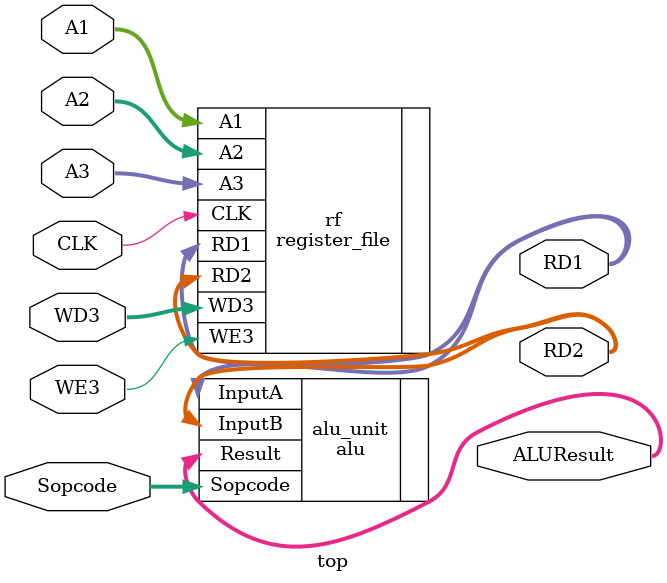
<source format=v>
module top(
    input CLK,
    input WE3,
    input [4:0] A1, A2, A3,
    input [31:0] WD3,
    input [1:0] Sopcode,
    output [31:0] RD1, RD2,
    output [31:0] ALUResult
);

    // Register File Örneği
    register_file rf (
        .CLK(CLK),
        .WE3(WE3),
        .A1(A1),
        .A2(A2),
        .A3(A3),
        .WD3(WD3),
        .RD1(RD1),
        .RD2(RD2)
    );

    // ALU Örneği
    alu alu_unit (
        .InputA(RD1),
        .InputB(RD2),
        .Sopcode(Sopcode),
        .Result(ALUResult)
    );

endmodule
</source>
